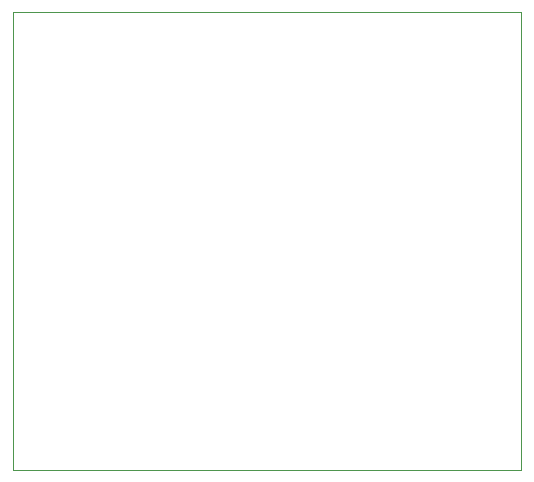
<source format=gbr>
G04 #@! TF.FileFunction,Profile,NP*
%FSLAX46Y46*%
G04 Gerber Fmt 4.6, Leading zero omitted, Abs format (unit mm)*
G04 Created by KiCad (PCBNEW (2015-08-05 BZR 6055, Git fa29c62)-product) date 28/09/2015 12:51:56 PM*
%MOMM*%
G01*
G04 APERTURE LIST*
%ADD10C,0.100000*%
G04 APERTURE END LIST*
D10*
X33639760Y-117850920D02*
X33639760Y-118521480D01*
X76611480Y-117850920D02*
X33639760Y-117850920D01*
X76611480Y-156631640D02*
X76611480Y-117850920D01*
X33639760Y-156631640D02*
X76611480Y-156631640D01*
X33639760Y-117962680D02*
X33639760Y-156631640D01*
M02*

</source>
